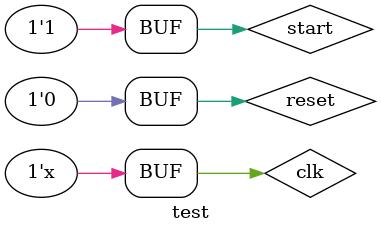
<source format=v>
`timescale 1ns / 1ps

module test;

reg start;
reg clk = 0;
always #5 clk <= ~clk;

reg clk;
reg reset;
reg signed [0:3] data_in;
reg R_I;
wire signed [0:3] data_out;
wire R_O;

top lfsm(
    .clk(clk), 
    .reset(reset),
    .data_in(data_in),
    .R_I(R_I),
    .data_out(data_out),
    .R_O(R_O)
    );

initial begin
start = 1;
reset = 0;
end
always @(posedge start)begin
    #20
    data_in = 3'b0111; //7
    R_I = 1;
    #10 R_I = 0;
    #10
    data_in = 3'b0011; //3
    R_I = 1;
    #10 R_I = 0;
    
    
end
endmodule

</source>
